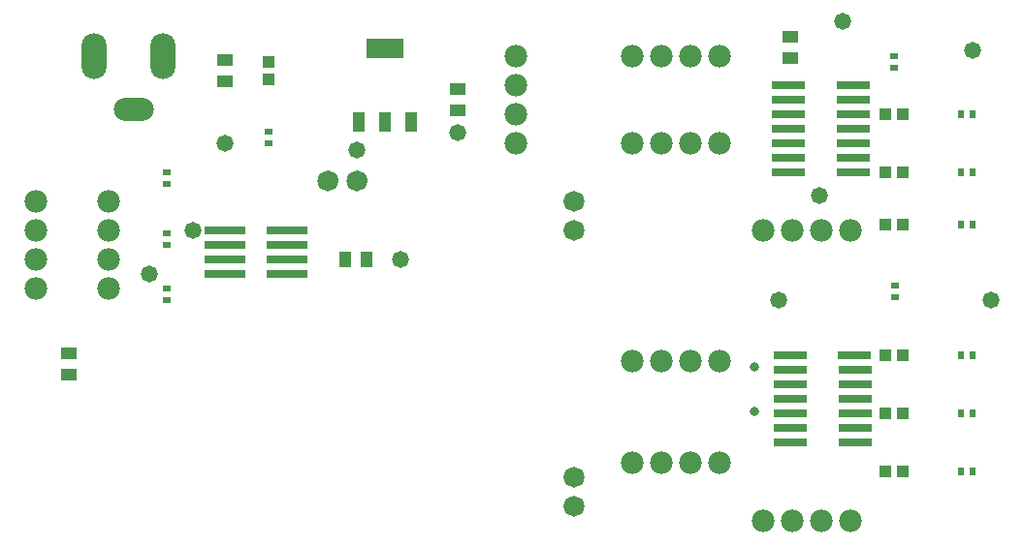
<source format=gts>
G04*
G04 #@! TF.GenerationSoftware,Altium Limited,Altium Designer,21.6.4 (81)*
G04*
G04 Layer_Color=8388736*
%FSLAX25Y25*%
%MOIN*%
G70*
G04*
G04 #@! TF.SameCoordinates,570BF3D3-4215-493C-AC51-86F074832852*
G04*
G04*
G04 #@! TF.FilePolarity,Negative*
G04*
G01*
G75*
%ADD22R,0.02756X0.02362*%
%ADD23R,0.02362X0.02756*%
%ADD27R,0.05709X0.03937*%
%ADD28R,0.03937X0.05709*%
%ADD29C,0.00000*%
%ADD30R,0.03950X0.03950*%
%ADD31R,0.11233X0.03162*%
%ADD32R,0.14186X0.03162*%
%ADD33R,0.04100X0.07100*%
%ADD34R,0.13000X0.07100*%
%ADD35R,0.03950X0.03950*%
%ADD36C,0.07800*%
%ADD37C,0.07178*%
%ADD38O,0.08674X0.15761*%
%ADD39O,0.13792X0.07887*%
%ADD40C,0.05800*%
%ADD41C,0.03300*%
D22*
X310000Y95000D02*
D03*
Y98937D02*
D03*
X309500Y174016D02*
D03*
Y177953D02*
D03*
X59500Y112953D02*
D03*
Y116890D02*
D03*
Y134016D02*
D03*
Y137953D02*
D03*
X94500Y147953D02*
D03*
Y151890D02*
D03*
X59500Y94016D02*
D03*
Y97953D02*
D03*
D23*
X332531Y119953D02*
D03*
X336469D02*
D03*
X332531Y137953D02*
D03*
X336469D02*
D03*
X332531Y157953D02*
D03*
X336469D02*
D03*
X332531Y35000D02*
D03*
X336469D02*
D03*
X332531Y55000D02*
D03*
X336469D02*
D03*
X332531Y75000D02*
D03*
X336469D02*
D03*
D27*
X26000Y75740D02*
D03*
Y68260D02*
D03*
X274000Y184740D02*
D03*
Y177260D02*
D03*
X159500Y166693D02*
D03*
Y159213D02*
D03*
X79500Y169213D02*
D03*
Y176693D02*
D03*
D28*
X120760Y107953D02*
D03*
X128240D02*
D03*
D29*
X202890Y32953D02*
G03*
X202890Y32953I-3390J0D01*
G01*
Y22953D02*
G03*
X202890Y22953I-3390J0D01*
G01*
Y127953D02*
G03*
X202890Y127953I-3390J0D01*
G01*
Y117953D02*
G03*
X202890Y117953I-3390J0D01*
G01*
X118390Y135000D02*
G03*
X118390Y135000I-3390J0D01*
G01*
X128390D02*
G03*
X128390Y135000I-3390J0D01*
G01*
D30*
X306547Y119953D02*
D03*
X312453D02*
D03*
X306547Y137953D02*
D03*
X312453D02*
D03*
X306547Y157953D02*
D03*
X312453D02*
D03*
X306547Y35000D02*
D03*
X312453D02*
D03*
X306547Y55000D02*
D03*
X312453D02*
D03*
X306547Y75000D02*
D03*
X312453D02*
D03*
D31*
X273835D02*
D03*
Y70000D02*
D03*
Y65000D02*
D03*
Y60000D02*
D03*
Y55000D02*
D03*
Y50000D02*
D03*
Y45000D02*
D03*
X296165D02*
D03*
Y50000D02*
D03*
Y55000D02*
D03*
Y60000D02*
D03*
Y65000D02*
D03*
Y70000D02*
D03*
X296000Y75000D02*
D03*
X273335Y167953D02*
D03*
Y162953D02*
D03*
Y157953D02*
D03*
Y152953D02*
D03*
Y147953D02*
D03*
Y142953D02*
D03*
Y137953D02*
D03*
X295665D02*
D03*
Y142953D02*
D03*
Y147953D02*
D03*
Y152953D02*
D03*
Y157953D02*
D03*
Y162953D02*
D03*
X295500Y167953D02*
D03*
D32*
X100760Y117953D02*
D03*
Y112953D02*
D03*
Y107953D02*
D03*
Y102953D02*
D03*
X79500D02*
D03*
Y107953D02*
D03*
Y112953D02*
D03*
Y117953D02*
D03*
D33*
X143600Y155353D02*
D03*
X134500D02*
D03*
X125400D02*
D03*
D34*
X134500Y180553D02*
D03*
D35*
X94500Y170000D02*
D03*
Y175906D02*
D03*
D36*
X274500Y17953D02*
D03*
X264500D02*
D03*
X294500D02*
D03*
X284500D02*
D03*
X229500Y37953D02*
D03*
X219500D02*
D03*
X249500D02*
D03*
X239500D02*
D03*
X229500Y72953D02*
D03*
X219500D02*
D03*
X249500D02*
D03*
X239500D02*
D03*
X274500Y117953D02*
D03*
X264500D02*
D03*
X294500D02*
D03*
X284500D02*
D03*
X229500Y147953D02*
D03*
X219500D02*
D03*
X249500D02*
D03*
X239500D02*
D03*
X229500Y177953D02*
D03*
X219500D02*
D03*
X249500D02*
D03*
X239500D02*
D03*
X39500Y117953D02*
D03*
Y127953D02*
D03*
Y97953D02*
D03*
Y107953D02*
D03*
X179500Y167953D02*
D03*
Y177953D02*
D03*
Y147953D02*
D03*
Y157953D02*
D03*
X14500Y117953D02*
D03*
Y127953D02*
D03*
Y97953D02*
D03*
Y107953D02*
D03*
D37*
X199500Y32953D02*
D03*
Y22953D02*
D03*
Y127953D02*
D03*
Y117953D02*
D03*
X115000Y135000D02*
D03*
X125000D02*
D03*
D38*
X58122Y177953D02*
D03*
X34500D02*
D03*
D39*
X48280Y159646D02*
D03*
D40*
X343000Y94000D02*
D03*
X336500Y180000D02*
D03*
X270000Y94000D02*
D03*
X284000Y130000D02*
D03*
X292000Y190000D02*
D03*
X53500Y103000D02*
D03*
X68500Y118000D02*
D03*
X79500Y148000D02*
D03*
X159500Y151500D02*
D03*
X125000Y145500D02*
D03*
X140000Y108000D02*
D03*
D41*
X261500Y71000D02*
D03*
Y55500D02*
D03*
M02*

</source>
